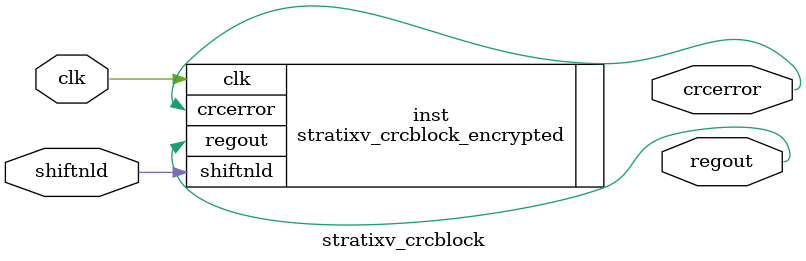
<source format=v>
module    stratixv_crcblock    (
    clk,
    shiftnld,
    crcerror,
    regout);
    parameter    oscillator_divider    =    256;
    parameter    lpm_type    =    "stratixv_crcblock";
    input    clk;
    input    shiftnld;
    output    crcerror;
    output    regout;
    stratixv_crcblock_encrypted inst (
        .clk(clk),
        .shiftnld(shiftnld),
        .crcerror(crcerror),
        .regout(regout) );
    defparam inst.oscillator_divider = oscillator_divider;
    defparam inst.lpm_type = lpm_type;
endmodule
</source>
